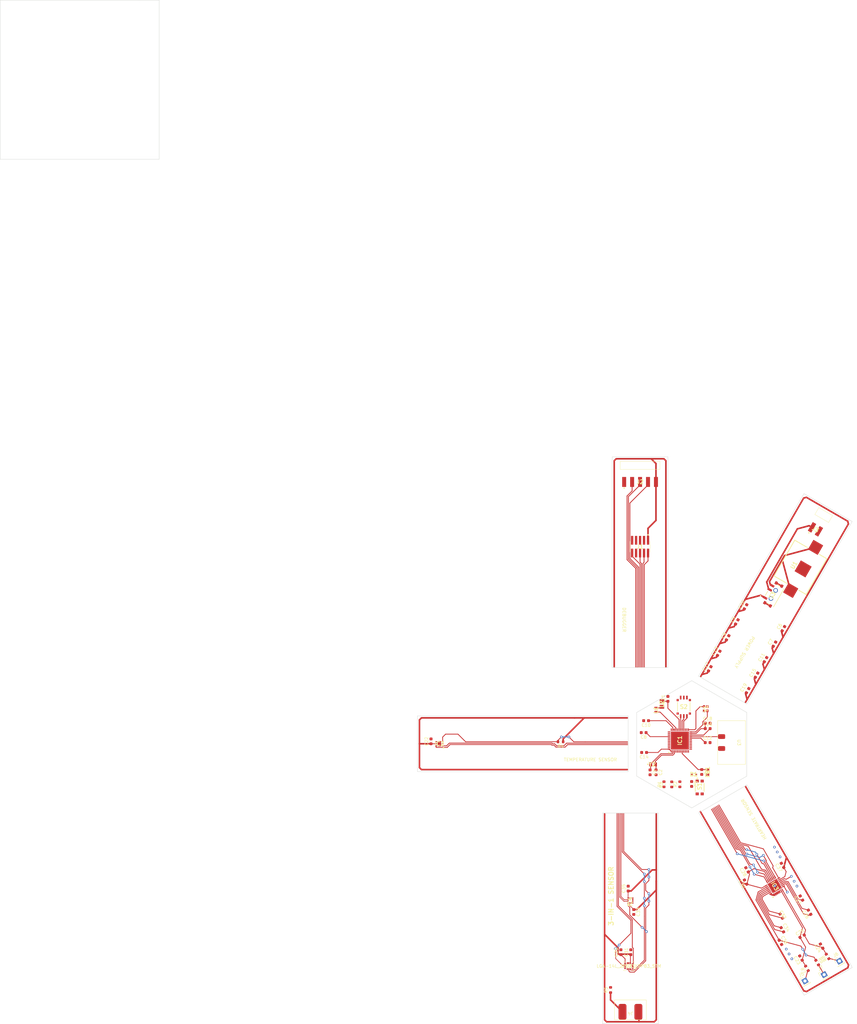
<source format=kicad_pcb>
(kicad_pcb (version 20211014) (generator pcbnew)
  (title_block (title "GDP 13 FPC") (date "2022-11-03") (rev "1.0") (company "University of Southampton"))
  (layers (0 "F.Cu" signal) (31 "B.Cu" signal) (34 "B.Paste" user) (35 "F.Paste" user) (36 "B.SilkS" user "B.Silkscreen") (37 "F.SilkS" user "F.Silkscreen") (38 "B.Mask" user) (39 "F.Mask" user) (44 "Edge.Cuts" user))
  (net 0 "")
  (net 1 "/PC14-OSC32_IN")
  (net 2 "GND")
  (net 3 "/PC15-OSC32_OUT")
  (net 4 "/PB11-NRST")
  (net 5 "VDD")
  (net 6 "/PH3-BOOT0")
  (net 7 "/I2C1_SCL")
  (net 8 "/I2C1_SDA")
  (net 10 "/SPI1_SCK")
  (net 11 "/SPI1_NSS")
  (net 12 "/SPI1_MOSI")
  (net 13 "/SPI1_MISO")
  (net 15 "/RCC_MCO")
  (net 16 "/USART1_TX")
  (net 17 "/COMP1_INP")
  (net 18 "/OSC_OUT")
  (net 19 "/OSC_IN")
  (net 22 "/MODE_B3")
  (net 23 "/MODE_B2")
  (net 24 "/MODE_B1")
  (net 25 "/USART1_RX")
  (net 26 "/HR_INT2")
  (net 27 "/HR_INT1")
  (net 28 "/SYS_JTMS-SWDIO")
  (net 29 "/SYS_JTCK-SWCLK")
  (net 30 "/TEMP_INT")
  (net 31 "/SYS_JTDO-SWO")
  (net 32 "/HANDPOS_INT2")
  (net 33 "/HANDPOS_INT1")
  (net 34 "/CADENCE_INT2")
  (net 35 "/CADENCE_INT1")
  (net 42 "/VDD_PS")
  (net 43 "Net-(J7-Pad1)")
  (net 44 "Net-(L1-Pad2)")
  (net 45 "/VDD_BAT")
  (net 46 "Net-(J5-Pad1)")
  (net 50 "/RF1")
  (net 51 "/ECG_P")
  (net 52 "/ECGN")
  (net 53 "/NRST")
  (net 54 "/CAPP")
  (net 55 "/CAPN")
  (net 56 "/CPPL")
  (net 57 "/VBG")
  (net 58 "/VCM")
  (net 59 "/VREF")
  (net 62 "Net-(J6-Pad1)")
  (net 63 "/VDAA")
  (net 64 "/VLXSMPS")
  (net 65 "/VFBSMPS")
  (footprint "Resistor_SMD:R_0603_1608Metric" (layer "F.Cu") (at 245.078866 280.955807 90)
    (fp_text reference "R3")
    (fp_text value "R")
  )
  (footprint "Gdp_Flexible:FTS-105-YY-XX-DV-TR" (layer "F.Cu") (at 234.95 205.025 180)
    (fp_text reference "J1")
    (fp_text value "FTS-105-01-F-DV-TR" hide)
  )
  (footprint "Capacitor_SMD:C_0603_1608Metric" (layer "F.Cu") (at 228.822567 334.552837 90)
    (fp_text reference "C29")
    (fp_text value "C")
  )
  (footprint "Capacitor_SMD:C_0603_1608Metric" (layer "F.Cu") (at 268.686847 312.164398 120)
    (fp_text reference "C30")
    (fp_text value "C")
  )
  (footprint "Gdp_Flexible:CVS03TB" (layer "F.Cu") (at 248.92 256.177235)
    (fp_text reference "S2")
    (fp_text value "CVS-03TB" hide)
  )
  (footprint "Resistor_SMD:R_0603_1608Metric" (layer "F.Cu") (at 209.55 267.335 180)
    (fp_text reference "R4")
    (fp_text value "R")
  )
  (footprint "Capacitor_SMD:C_0603_1608Metric" (layer "F.Cu") (at 236.875 260.605461 180)
    (fp_text reference "C10")
    (fp_text value "C")
  )
  (footprint "Capacitor_SMD:C_0603_1608Metric" (layer "F.Cu") (at 231.153802 314.232837 90)
    (fp_text reference "C35")
    (fp_text value "C")
  )
  (footprint "Connector_PinHeader_2.54mm:PinHeader_1x01_P2.54mm_Vertical" (layer "F.Cu") (at 293.771014 341.719222 30)
    (fp_text reference "J7")
    (fp_text value "Conn_01x01")
  )
  (footprint "Capacitor_SMD:C_0603_1608Metric" (layer "F.Cu") (at 236.24 270.762235 180)
    (fp_text reference "C14")
    (fp_text value "C")
  )
  (footprint "Gdp_Flexible:LSM6DSMTR" (layer "F.Cu") (at 231.372838 338.997837 180)
    (fp_text reference "U2")
    (fp_text value "LGA-14L_2P5X3X0P83_STM")
  )
  (footprint "Gdp_Flexible:NX2012SA32768KHZEXS00AMU00530" (layer "F.Cu") (at 239.092942 274.572235)
    (fp_text reference "Y2")
    (fp_text value "NX2012SA-32.768KHZ-EXS00A-MU00389" hide)
  )
  (footprint "Gdp_Flexible:CUS-12B" (layer "F.Cu") (at 277.518818 220.294803 60)
    (fp_text reference "S3")
    (fp_text value "CUS-12TB" hide)
  )
  (footprint "Gdp_Flexible:LGA-12" (layer "F.Cu") (at 231.872837 318.042837 90)
    (fp_text reference "IC4")
    (fp_text value "LIS2DW12TR" hide)
  )
  (footprint "Capacitor_SMD:C_0603_1608Metric" (layer "F.Cu") (at 289.110347 321.78334 120)
    (fp_text reference "C26")
    (fp_text value "C")
  )
  (footprint "Capacitor_SMD:C_0603_1608Metric" (layer "F.Cu") (at 280.742858 231.220603 60)
    (fp_text reference "C6")
    (fp_text value "C")
  )
  (footprint "Capacitor_SMD:C_0603_1608Metric" (layer "F.Cu") (at 286.727134 329.441091 30)
    (fp_text reference "C25")
    (fp_text value "C")
  )
  (footprint "Capacitor_SMD:C_0603_1608Metric" (layer "F.Cu") (at 168.148 267.208 90)
    (fp_text reference "C22")
    (fp_text value "C")
  )
  (footprint "Capacitor_SMD:C_0603_1608Metric" (layer "F.Cu") (at 256.56 263.142235)
    (fp_text reference "C16")
    (fp_text value "C")
  )
  (footprint "Capacitor_SMD:C_0603_1608Metric" (layer "F.Cu") (at 236.1 264.412235 180)
    (fp_text reference "C8")
    (fp_text value "C")
  )
  (footprint "Gdp_Flexible:FSR07CE" (layer "F.Cu") (at 231.872837 353.602837 180)
    (fp_text reference "J4")
    (fp_text value "FSR07CE")
  )
  (footprint "Capacitor_SMD:C_0603_1608Metric" (layer "F.Cu") (at 268.644483 224.235603 60)
    (fp_text reference "C20")
    (fp_text value "C")
  )
  (footprint "Capacitor_SMD:C_0603_1608Metric" (layer "F.Cu") (at 275.027858 241.119273 60)
    (fp_text reference "C11")
    (fp_text value "C")
  )
  (footprint "Capacitor_SMD:C_0603_1608Metric" (layer "F.Cu") (at 269.312858 251.017944 60)
    (fp_text reference "C19")
    (fp_text value "C")
  )
  (footprint "Capacitor_SMD:C_0603_1608Metric" (layer "F.Cu") (at 256.56 261.409235)
    (fp_text reference "C18")
    (fp_text value "C")
  )
  (footprint "Capacitor_SMD:C_0603_1608Metric" (layer "F.Cu") (at 260.071983 239.083608 60)
    (fp_text reference "C13")
    (fp_text value "C")
  )
  (footprint "Capacitor_SMD:C_0603_1608Metric" (layer "F.Cu") (at 232.947854 321.712837 -90)
    (fp_text reference "C33")
    (fp_text value "C")
  )
  (footprint "Resistor_SMD:R_0603_1608Metric" (layer "F.Cu") (at 294.863091 335.912982 120)
    (fp_text reference "R8")
    (fp_text value "R")
  )
  (footprint "Gdp_Flexible:SON65P200X200X80-7N" (layer "F.Cu") (at 170.815 267.97 180)
    (fp_text reference "IC2")
    (fp_text value "TMP117MAIDRVR" hide)
  )
  (footprint "Gdp_Flexible:QFN50P500X500X80-29N" (layer "F.Cu") (at 277.978915 313.398732 120)
    (fp_text reference "IC3")
    (fp_text value "MAX30003CTI+" hide)
  )
  (footprint "Gdp_Flexible:BEADC1608X95N" (layer "F.Cu") (at 256.56 276.997235 90)
    (fp_text reference "FB1")
    (fp_text value "HZ0603C601R-10" hide)
  )
  (footprint "Capacitor_SMD:C_0603_1608Metric" (layer "F.Cu") (at 238.145 277.112235 -90)
    (fp_text reference "C1")
    (fp_text value "C")
  )
  (footprint "Resistor_SMD:R_0603_1608Metric" (layer "F.Cu") (at 225.522837 346.617837 90)
    (fp_text reference "R5")
    (fp_text value "R")
  )
  (footprint "Gdp_Flexible:TSM-102-YY-ZZZ-SH" (layer "F.Cu") (at 290.99367 199.495675 -30)
    (fp_text reference "J3")
    (fp_text value "TSM-102-01-L-SH" hide)
  )
  (footprint "Connector_PinHeader_2.54mm:PinHeader_1x01_P2.54mm_Vertical" (layer "F.Cu") (at 287.651772 343.742612 30)
    (fp_text reference "J5")
    (fp_text value "Conn_01x01")
  )
  (footprint "Gdp_Flexible:KMR2_1" (layer "F.Cu") (at 254 281.94 -90)
    (fp_text reference "S1")
    (fp_text value "KMR231GLFS" hide)
  )
  (footprint "Capacitor_SMD:C_0603_1608Metric" (layer "F.Cu") (at 286.500349 317.262687 120)
    (fp_text reference "C27")
    (fp_text value "C")
  )
  (footprint "Capacitor_SMD:C_0603_1608Metric" (layer "F.Cu") (at 280.474349 306.82535 120)
    (fp_text reference "C37")
    (fp_text value "C")
  )
  (footprint "Resistor_SMD:R_0603_1608Metric" (layer "F.Cu") (at 288.263977 339.722984 120)
    (fp_text reference "R7")
    (fp_text value "R")
  )
  (footprint "Resistor_SMD:R_0603_1608Metric" (layer "F.Cu") (at 247.67 280.922235 90)
    (fp_text reference "R2")
    (fp_text value "R")
  )
  (footprint "Capacitor_SMD:C_0603_1608Metric" (layer "F.Cu") (at 243.84 253.637235 90)
    (fp_text reference "C21")
    (fp_text value "C")
  )
  (footprint "Gdp_Flexible:SODFL1608X70N" (layer "F.Cu") (at 252.095 277.767235 180)
    (fp_text reference "D1")
    (fp_text value "BAT54KFILM" hide)
  )
  (footprint "Capacitor_SMD:C_0603_1608Metric" (layer "F.Cu") (at 257.214483 244.032944 60)
    (fp_text reference "C17")
    (fp_text value "C")
  )
  (footprint "Gdp_Flexible:INDC2112X140N" (layer "F.Cu") (at 241.935 255.277235 90)
    (fp_text reference "L2")
    (fp_text value "74479777310A" hide)
  )
  (footprint "Gdp_Flexible:TSM-105-YY-ZZZ-SH" (layer "F.Cu") (at 234.95 184.36)
    (fp_text reference "J2")
    (fp_text value "TSM-105-01-T-SH" hide)
  )
  (footprint "Gdp_Flexible:S8201-46R" (layer "F.Cu") (at 287.051974 212.132893 60)
    (fp_text reference "U1")
    (fp_text value "S8201-46R" hide)
  )
  (footprint "Resistor_SMD:R_0603_1608Metric" (layer "F.Cu") (at 242.59 280.922235 90)
    (fp_text reference "R1")
    (fp_text value "R")
  )
  (footprint "Gdp_Flexible:Antenna_Flexible_BLE" (layer "F.Cu") (at 266.085 267.587235 -90)
    (fp_text reference "U3")
    (fp_text value "Antenna_Flexible_BLE")
  )
  (footprint "Capacitor_SMD:C_0603_1608Metric" (layer "F.Cu") (at 286.358976 336.423426 120)
    (fp_text reference "C23")
    (fp_text value "C")
  )
  (footprint "Capacitor_SMD:C_0603_1608Metric" (layer "F.Cu") (at 277.885358 236.169938 60)
    (fp_text reference "C7")
    (fp_text value "C")
  )
  (footprint "Capacitor_SMD:C_0603_1608Metric" (layer "F.Cu") (at 251.434609 280.821911 -90)
    (fp_text reference "C3")
    (fp_text value "C")
  )
  (footprint "Capacitor_SMD:C_0603_1608Metric" (layer "F.Cu") (at 240.05 277.112235 -90)
    (fp_text reference "C2")
    (fp_text value "C")
  )
  (footprint "Capacitor_SMD:C_0603_1608Metric" (layer "F.Cu") (at 254.660002 276.997238 -90)
    (fp_text reference "C4")
    (fp_text value "C")
  )
  (footprint "Capacitor_SMD:C_0603_1608Metric" (layer "F.Cu") (at 292.958089 332.613425 120)
    (fp_text reference "C24")
    (fp_text value "C")
  )
  (footprint "Gdp_Flexible:QFN50P700X700X60-49N-D" (layer "F.Cu") (at 247.67 266.952235 90)
    (fp_text reference "IC1")
    (fp_text value "STM32WB15CCU6" hide)
  )
  (footprint "Capacitor_SMD:C_0603_1608Metric" (layer "F.Cu") (at 265.856983 229.063695 60)
    (fp_text reference "C5")
    (fp_text value "C")
  )
  (footprint "Gdp_Flexible:LQW18AS10NG0CD" (layer "F.Cu") (at 240.03 257.182235 90)
    (fp_text reference "L1")
    (fp_text value "LQW18AN10NG00D" hide)
  )
  (footprint "Capacitor_SMD:C_0603_1608Metric" (layer "F.Cu") (at 231.997567 334.552837 90)
    (fp_text reference "C31")
    (fp_text value "C")
  )
  (footprint "Capacitor_SMD:C_0603_1608Metric" (layer "F.Cu") (at 256.54 267.607235)
    (fp_text reference "C12")
    (fp_text value "C")
  )
  (footprint "Capacitor_SMD:C_0603_1608Metric" (layer "F.Cu") (at 280.086329 323.018882 -60)
    (fp_text reference "C32")
    (fp_text value "C")
  )
  (footprint "Gdp_Flexible:NX2016SA32MHZEXS00ACS06654" (layer "F.Cu") (at 255.925 256.792235 -90)
    (fp_text reference "Y1")
    (fp_text value "NX2016SA-32MHZ-EXS00A-CS06654" hide)
  )
  (footprint "Capacitor_SMD:C_0603_1608Metric" (layer "F.Cu") (at 279.799346 331.411813 -60)
    (fp_text reference "C36")
    (fp_text value "C")
  )
  (footprint "Capacitor_SMD:C_0603_1608Metric" (layer "F.Cu") (at 269.143531 308.249798 120)
    (fp_text reference "C28")
    (fp_text value "C")
  )
  (footprint "Connector_PinHeader_2.54mm:PinHeader_1x01_P2.54mm_Vertical" (layer "F.Cu") (at 298.650294 337.392613 30)
    (fp_text reference "J6")
    (fp_text value "Conn_01x01")
  )
  (footprint "Capacitor_SMD:C_0603_1608Metric" (layer "F.Cu") (at 262.929483 234.134273 60)
    (fp_text reference "C9")
    (fp_text value "C")
  )
  (footprint "Capacitor_SMD:C_0603_1608Metric" (layer "F.Cu") (at 272.170358 246.068608 60)
    (fp_text reference "C15")
    (fp_text value "C")
  )
  (footprint "Resistor_SMD:R_0603_1608Metric" (layer "F.Cu") (at 291.548516 337.869741 -60)
    (fp_text reference "R6")
    (fp_text value "R")
  )
  (footprint "Capacitor_SMD:C_0603_1608Metric" (layer "F.Cu") (at 280.411551 327.392183 -60)
    (fp_text reference "C34")
    (fp_text value "C")
  )
  (gr_line (start 81.28 81.28) (end 30.48 81.28) (layer "Edge.Cuts") (width 0.1))
  (gr_line (start 253.702067 290.020001) (end 269.1 281.13) (layer "Edge.Cuts") (width 0.1))
  (gr_line (start 222.982837 357.412837) (end 240.762837 357.412837) (layer "Edge.Cuts") (width 0.1))
  (gr_line (start 30.48 81.28) (end 30.48 30.48) (layer "Edge.Cuts") (width 0.1))
  (gr_line (start 30.48 30.48) (end 74.93 30.48) (layer "Edge.Cuts") (width 0.1))
  (gr_line (start 253.702067 290.020001) (end 287.357067 348.31217) (layer "Edge.Cuts") (width 0.1))
  (gr_line (start 163.83 259.08) (end 163.83 276.86) (layer "Edge.Cuts") (width 0.1))
  (gr_line (start 301.640129 340.108927) (end 301.640129 340.108927) (layer "Edge.Cuts") (width 0.1))
  (gr_line (start 226.06 176.32) (end 226.06 243.63) (layer "Edge.Cuts") (width 0.1))
  (gr_line (start 251.46 247.832364) (end 269.057636 257.992364) (layer "Edge.Cuts") (width 0.1))
  (gr_line (start 251.46 247.832364) (end 233.862364 257.992364) (layer "Edge.Cuts") (width 0.1))
  (gr_line (start 243.84 176.32) (end 226.06 176.32) (layer "Edge.Cuts") (width 0.1))
  (gr_line (start 233.862364 278.312364) (end 251.46 288.472364) (layer "Edge.Cuts") (width 0.1))
  (gr_line (start 226.06 243.63) (end 226.06 243.63) (layer "Edge.Cuts") (width 0.1))
  (gr_line (start 240.762837 290.102837) (end 222.982837 290.102837) (layer "Edge.Cuts") (width 0.1))
  (gr_line (start 240.762837 357.412837) (end 240.762837 357.412837) (layer "Edge.Cuts") (width 0.1))
  (gr_line (start 231.14 276.86) (end 231.14 276.86) (layer "Edge.Cuts") (width 0.1))
  (gr_line (start 253.659705 246.38) (end 253.659705 246.38) (layer "Edge.Cuts") (width 0.1))
  (gr_line (start 269.057636 278.312364) (end 269.057636 257.992364) (layer "Edge.Cuts") (width 0.1))
  (gr_line (start 243.84 243.63) (end 243.84 176.32) (layer "Edge.Cuts") (width 0.1))
  (gr_line (start 288.46689 188.709959) (end 288.46689 188.709959) (layer "Edge.Cuts") (width 0.1))
  (gr_line (start 253.659705 246.38) (end 269.057636 255.27) (layer "Edge.Cuts") (width 0.1))
  (gr_line (start 231.14 259.08) (end 163.83 259.08) (layer "Edge.Cuts") (width 0.1))
  (gr_line (start 233.862364 257.992364) (end 233.862364 278.312364) (layer "Edge.Cuts") (width 0.1))
  (gr_line (start 74.93 30.48) (end 81.28 30.48) (layer "Edge.Cuts") (width 0.1))
  (gr_line (start 302.754999 339.422168) (end 269.1 281.13) (layer "Edge.Cuts") (width 0.1))
  (gr_line (start 240.762837 357.412837) (end 240.762837 290.102837) (layer "Edge.Cuts") (width 0.1))
  (gr_line (start 163.83 276.86) (end 231.14 276.86) (layer "Edge.Cuts") (width 0.1))
  (gr_line (start 240.762837 290.102837) (end 240.762837 290.102837) (layer "Edge.Cuts") (width 0.1))
  (gr_line (start 222.982837 290.102837) (end 222.982837 357.412837) (layer "Edge.Cuts") (width 0.1))
  (gr_line (start 227.368886 176.282686) (end 227.368886 176.282686) (layer "Edge.Cuts") (width 0.1))
  (gr_line (start 287.314705 188.08783) (end 253.659705 246.38) (layer "Edge.Cuts") (width 0.1))
  (gr_line (start 302.712636 196.97783) (end 287.314705 188.08783) (layer "Edge.Cuts") (width 0.1))
  (gr_line (start 231.14 276.86) (end 231.14 259.08) (layer "Edge.Cuts") (width 0.1))
  (gr_line (start 226.06 243.63) (end 243.84 243.63) (layer "Edge.Cuts") (width 0.1))
  (gr_line (start 269.057636 255.27) (end 302.712636 196.97783) (layer "Edge.Cuts") (width 0.1))
  (gr_line (start 287.357067 348.31217) (end 302.754999 339.422168) (layer "Edge.Cuts") (width 0.1))
  (gr_line (start 163.792686 275.551114) (end 163.792686 275.551114) (layer "Edge.Cuts") (width 0.1))
  (gr_line (start 81.28 30.48) (end 81.28 81.28) (layer "Edge.Cuts") (width 0.1))
  (gr_line (start 251.46 288.472364) (end 269.057636 278.312364) (layer "Edge.Cuts") (width 0.1))
  (gr_text "TEMPERATURE SENSOR\n" (at 219.075 273.05) (layer "F.SilkS") (effects (font (size 1 1))))
  (gr_text "3-IN-1 SENSOR\n" (at 225.692837 316.642837 90) (layer "F.SilkS") (effects (font (size 1.5 1.5) (thickness 0.3))))
  (gr_text "POWER SUPPLY\n" (at 268.343671 238.726626 240) (layer "F.SilkS") (effects (font (size 1 1))))
  (gr_text "HEARTRATE SENSOR\n" (at 271.335195 292.075871 120) (layer "F.SilkS") (effects (font (size 1 1))))
  (gr_text "DEBUGGER\n" (at 229.87 228.39 270) (layer "F.SilkS") (effects (font (size 1 1))))
  (segment (start 238.342942 276.139293) (end 238.145 276.337235) (width 0.254) (layer "F.Cu") (net 1))
  (segment (start 245.42 270.954835) (end 245.42 270.402235) (width 0.254) (layer "F.Cu") (net 1))
  (segment (start 238.342942 274.447235) (end 241.635942 271.154235) (width 0.254) (layer "F.Cu") (net 1))
  (segment (start 238.342942 274.572235) (end 238.342942 274.447235) (width 0.254) (layer "F.Cu") (net 1))
  (segment (start 241.635942 271.154235) (end 245.2206 271.154235) (width 0.254) (layer "F.Cu") (net 1))
  (segment (start 238.342942 274.572235) (end 238.342942 276.139293) (width 0.254) (layer "F.Cu") (net 1))
  (segment (start 238.526 274.755293) (end 238.342942 274.572235) (width 0.254) (layer "F.Cu") (net 1))
  (segment (start 245.2206 271.154235) (end 245.42 270.954835) (width 0.254) (layer "F.Cu") (net 1))
  (segment (start 231.372838 338.041537) (end 230.872839 338.041537) (width 0.245) (layer "F.Cu") (net 2))
  (segment (start 275.693755 314.140719) (end 273.053289 315.665193) (width 0.245) (layer "F.Cu") (net 2))
  (segment (start 279.773459 311.793235) (end 281.002613 311.083583) (width 0.254) (layer "F.Cu") (net 2))
  (segment (start 273.79933 316.389168) (end 273.452913 317.682015) (width 0.254) (layer "F.Cu") (net 2))
  (segment (start 232.122837 317.242837) (end 232.622837 317.242837) (width 0.2) (layer "F.Cu") (net 2))
  (segment (start 277.95871 327.302284) (end 280.799051 328.063351) (width 0.254) (layer "F.Cu") (net 2))
  (segment (start 281.002613 311.083583) (end 281.665045 311.261081) (width 0.254) (layer "F.Cu") (net 2))
  (segment (start 280.764075 313.522769) (end 280.970313 313.578032) (width 0.254) (layer "F.Cu") (net 2))
  (segment (start 276.869586 316.15092) (end 276.757187 315.956237) (width 0.508) (layer "F.Cu") (net 2))
  (segment (start 279.764075 311.79072) (end 279.773459 311.793235) (width 0.254) (layer "F.Cu") (net 2))
  (segment (start 276.271561 322.564056) (end 280.473829 323.69005) (width 0.254) (layer "F.Cu") (net 2))
  (segment (start 232.622837 317.242837) (end 232.622837 317.792837) (width 0.2) (layer "F.Cu") (net 2))
  (segment (start 277.854877 316.183892) (end 277.581559 316.341693) (width 0.508) (layer "F.Cu") (net 2))
  (segment (start 272.478509 317.810299) (end 277.95871 327.302284) (width 0.254) (layer "F.Cu") (net 2))
  (segment (start 280.970313 313.578032) (end 281.990659 315.345323) (width 0.254) (layer "F.Cu") (net 2))
  (segment (start 276.757187 315.956237) (end 276.745755 315.962838) (width 0.508) (layer "F.Cu") (net 2))
  (segment (start 276.603145 223.980796) (end 274.784492 222.930796) (width 0.508) (layer "F.Cu") (net 2))
  (segment (start 232.583138 338.747837) (end 232.583138 339.247837) (width 0.245) (layer "F.Cu") (net 2))
  (segment (start 279.153915 315.433892) (end 279.424669 315.277573) (width 0.508) (layer "F.Cu") (net 2))
  (segment (start 255.275 265.202235) (end 257.335 263.142235) (width 0.254) (layer "F.Cu") (net 2))
  (segment (start 277.854877 316.183892) (end 279.153915 315.433892) (width 0.508) (layer "F.Cu") (net 2))
  (segment (start 281.665045 311.261081) (end 283.282687 310.327133) (width 0.254) (layer "F.Cu") (net 2))
  (segment (start 280.253145 217.658811) (end 278.434492 216.608811) (width 0.508) (layer "F.Cu") (net 2))
  (segment (start 277.581559 316.341693) (end 276.869586 316.15092) (width 0.508) (layer "F.Cu") (net 2))
  (segment (start 251.12 265.202235) (end 255.275 265.202235) (width 0.254) (layer "F.Cu") (net 2))
  (segment (start 273.053289 315.665193) (end 272.478509 317.810299) (width 0.254) (layer "F.Cu") (net 2))
  (segment (start 273.452913 317.682015) (end 276.271561 322.564056) (width 0.254) (layer "F.Cu") (net 2))
  (segment (start 276.193755 315.006746) (end 273.79933 316.389168) (width 0.245) (layer "F.Cu") (net 2))
  (via (at 281.659625 333.558649) (size 0.8) (drill 0.4) (layers "F.Cu" "B.Cu") (net 2))
  (via (at 278.792559 302.550004) (size 0.8) (drill 0.4) (layers "F.Cu" "B.Cu") (net 2))
  (via (at 282.55765 335.114074) (size 0.8) (drill 0.4) (layers "F.Cu" "B.Cu") (net 2))
  (via (at 285.078739 313.437986) (size 0.8) (drill 0.4) (layers "F.Cu" "B.Cu") (net 2))
  (via (at 279.690584 304.105429) (size 0.8) (drill 0.4) (layers "F.Cu" "B.Cu") (net 2))
  (via (at 283.455676 336.6695) (size 0.8) (drill 0.4) (layers "F.Cu" "B.Cu") (net 2))
  (via (at 281.990659 315.345323) (size 0.8) (drill 0.4) (layers "F.Cu" "B.Cu") (net 2))
  (via (at 277.894534 300.994578) (size 0.8) (drill 0.4) (layers "F.Cu" "B.Cu") (net 2))
  (via (at 284.180713 311.882559) (size 0.8) (drill 0.4) (layers "F.Cu" "B.Cu") (net 2))
  (via (at 283.282687 310.327133) (size 0.8) (drill 0.4) (layers "F.Cu" "B.Cu") (net 2))
  (via (at 278.018774 313.386995) (size 0.8) (drill 0.4) (layers "F.Cu" "B.Cu") (net 2))
  (segment (start 240.05 274.779293) (end 239.842942 274.572235) (width 0.254) (layer "F.Cu") (net 3))
  (segment (start 239.842942 273.589287) (end 241.817197 271.615032) (width 0.254) (layer "F.Cu") (net 3))
  (segment (start 241.817197 271.615032) (end 245.420203 271.615032) (width 0.254) (layer "F.Cu") (net 3))
  (segment (start 245.92 271.115235) (end 245.92 270.402235) (width 0.254) (layer "F.Cu") (net 3))
  (segment (start 240.05 276.337235) (end 240.05 274.779293) (width 0.254) (layer "F.Cu") (net 3))
  (segment (start 245.420203 271.615032) (end 245.92 271.115235) (width 0.254) (layer "F.Cu") (net 3))
  (segment (start 239.842942 274.572235) (end 239.842942 273.589287) (width 0.254) (layer "F.Cu") (net 3))
  (segment (start 240.127837 290.356837) (end 240.127837 308.263837) (width 0.508) (layer "F.Cu") (net 5))
  (segment (start 238.832437 308.263837) (end 232.101437 314.994837) (width 0.508) (layer "F.Cu") (net 5))
  (segment (start 223.617837 290.737837) (end 223.617837 290.356837) (width 0.508) (layer "F.Cu") (net 5))
  (segment (start 277.497858 236.841108) (end 277.161458 237.42377) (width 0.508) (layer "F.Cu") (net 5))
  (segment (start 274.215058 242.527084) (end 274.67991 244.261936) (width 0.508) (layer "F.Cu") (net 5))
  (segment (start 241.745 269.702235) (end 244.22 269.702235) (width 0.245) (layer "F.Cu") (net 5))
  (segment (start 245.92 263.502235) (end 245.42 263.502235) (width 0.254) (layer "F.Cu") (net 5))
  (segment (start 230.162538 338.247836) (end 230.162538 336.667808) (width 0.245) (layer "F.Cu") (net 5))
  (segment (start 234.587837 353.777837) (end 234.412837 353.602837) (width 0.508) (layer "F.Cu") (net 5))
  (segment (start 281.834273 304.45641) (end 301.570074 338.639819) (width 0.508) (layer "F.Cu") (net 5))
  (segment (start 254.401 263.142235) (end 255.785 263.142235) (width 0.254) (layer "F.Cu") (net 5))
  (segment (start 227.893567 333.113567) (end 227.893567 335.187837) (width 0.508) (layer "F.Cu") (net 5))
  (segment (start 226.695 243.376) (end 226.695 177.59) (width 0.508) (layer "F.Cu") (net 5))
  (segment (start 245.42 263.502235) (end 245.42 262.773235) (width 0.254) (layer "F.Cu") (net 5))
  (segment (start 238.506 176.955) (end 242.57 176.955) (width 0.508) (layer "F.Cu") (net 5))
  (segment (start 276.039627 311.034187) (end 276.037527 311.033625) (width 0.254) (layer "F.Cu") (net 5))
  (segment (start 254.36 266.202235) (end 255.765 267.607235) (width 0.254) (layer "F.Cu") (net 5))
  (segment (start 259.335383 240.359437) (end 257.600531 240.824289) (width 0.508) (layer "F.Cu") (net 5))
  (segment (start 271.782858 246.739778) (end 271.471858 247.278446) (width 0.508) (layer "F.Cu") (net 5))
  (segment (start 240.685 270.762235) (end 241.745 269.702235) (width 0.245) (layer "F.Cu") (net 5))
  (segment (start 164.465 260.35) (end 165.1 259.715) (width 0.508) (layer "F.Cu") (net 5))
  (segment (start 231.622837 319.61282) (end 232.947854 320.937837) (width 0.2) (layer "F.Cu") (net 5))
  (segment (start 232.101437 314.994837) (end 231.166802 314.994837) (width 0.508) (layer "F.Cu") (net 5))
  (segment (start 277.161458 237.42377) (end 277.62631 239.158622) (width 0.508) (layer "F.Cu") (net 5))
  (segment (start 271.93671 249.013298) (end 269.15541 253.830651) (width 0.508) (layer "F.Cu") (net 5))
  (segment (start 265.469483 229.734864) (end 264.986883 230.570752) (width 0.508) (layer "F.Cu") (net 5))
  (segment (start 276.379928 311.623603) (end 276.039627 311.034187) (width 0.254) (layer "F.Cu") (net 5))
  (segment (start 231.872837 338.041537) (end 231.872837 335.452567) (width 0.245) (layer "F.Cu") (net 5))
  (segment (start 169.765 267.97) (end 168.161 267.97) (width 0.254) (layer "F.Cu") (net 5))
  (segment (start 269.935531 309.621582) (end 269.531031 308.920968) (width 0.254) (layer "F.Cu") (net 5))
  (segment (start 301.570074 338.639819) (end 301.337647 339.507243) (width 0.508) (layer "F.Cu") (net 5))
  (segment (start 273.478604 220.560261) (end 268.535231 221.884833) (width 0.508) (layer "F.Cu") (net 5))
  (segment (start 268.256983 224.906773) (end 268.034883 225.291461) (width 0.508) (layer "F.Cu") (net 5))
  (segment (start 217.095 259.715) (end 210.375 266.435) (width 0.508) (layer "F.Cu") (net 5))
  (segment (start 280.171358 232.21047) (end 280.63621 233.945322) (width 0.508) (layer "F.Cu") (net 5))
  (segment (start 268.034883 225.291461) (end 266.300031 225.756313) (width 0.508) (layer "F.Cu") (net 5))
  (segment (start 252.841 264.702235) (end 254.401 263.142235) (width 0.254) (layer "F.Cu") (net 5))
  (segment (start 231.122837 317.242837) (end 231.122837 315.038802) (width 0.2) (layer "F.Cu") (net 5))
  (segment (start 240.127837 308.263837) (end 240.127837 311.794437) (width 0.508) (layer "F.Cu") (net 5))
  (segment (start 269.074346 312.835566) (end 269.935531 309.621582) (width 0.254) (layer "F.Cu") (net 5))
  (segment (start 280.63621 233.945322) (end 277.62631 239.158622) (width 0.508) (layer "F.Cu") (net 5))
  (segment (start 242.57 176.955) (end 243.205 177.59) (width 0.508) (layer "F.Cu") (net 5))
  (segment (start 257.600531 240.824289) (end 260.394531 235.984939) (width 0.508) (layer "F.Cu") (net 5))
  (segment (start 280.355358 231.891773) (end 280.171358 232.21047) (width 0.508) (layer "F.Cu") (net 5))
  (segment (start 231.872837 335.452567) (end 231.997567 335.327837) (width 0.245) (layer "F.Cu") (net 5))
  (segment (start 264.986883 230.570752) (end 263.252031 231.035604) (width 0.508) (layer "F.Cu") (net 5))
  (segment (start 262.129383 235.520087) (end 260.394531 235.984939) (width 0.508) (layer "F.Cu") (net 5))
  (segment (start 239.492837 356.777837) (end 234.587837 356.777837) (width 0.508) (layer "F.Cu") (net 5))
  (segment (start 164.465 275.59) (end 164.465 267.97) (width 0.508) (layer "F.Cu") (net 5))
  (segment (start 281.630049 308.82708) (end 280.861849 307.496519) (width 0.245) (layer "F.Cu") (net 5))
  (segment (start 240.127837 308.263837) (end 238.832437 308.263837) (width 0.508) (layer "F.Cu") (net 5))
  (segment (start 244.22 269.702235) (end 244.92 270.402235) (width 0.245) (layer "F.Cu") (net 5))
  (segment (start 268.925358 251.689113) (end 268.690558 252.095799) (width 0.508) (layer "F.Cu") (net 5))
  (segment (start 275.193756 313.274695) (end 273.773474 314.094696) (width 0.245) (layer "F.Cu") (net 5))
  (segment (start 276.037527 311.033625) (end 274.725784 308.76162) (width 0.254) (layer "F.Cu") (net 5))
  (segment (start 238.165 265.702235) (end 236.875 264.412235) (width 0.245) (layer "F.Cu") (net 5))
  (segment (start 269.15541 253.830651) (end 268.63471 254.73253) (width 0.508) (layer "F.Cu") (net 5))
  (segment (start 254.224395 289.654694) (end 267.307595 312.315461) (width 0.508) (layer "F.Cu") (net 5))
  (segment (start 281.834273 304.45641) (end 281.647558 304.56421) (width 0.508) (layer "F.Cu") (net 5))
  (segment (start 227.33 176.955) (end 238.506 176.955) (width 0.508) (layer "F.Cu") (net 5))
  (segment (start 254.336631 246.47753) (end 254.692231 245.861613) (width 0.508) (layer "F.Cu") (net 5))
  (segment (start 223.617837 328.837837) (end 223.617837 290.737837) (width 0.508) (layer "F.Cu") (net 5))
  (segment (start 263.252031 231.035604) (end 266.300031 225.756313) (width 0.508) (layer "F.Cu") (net 5))
  (segment (start 232.972654 320.913037) (end 232.947854 320.937837) (width 0.508) (layer "F.Cu") (net 5))
  (segment (start 256.826983 244.704113) (end 256.427083 245.39676) (width 0.508) (layer "F.Cu") (net 5))
  (segment (start 240.03 184.36) (end 240.03 196.64) (width 0.508) (layer "F.Cu") (net 5))
  (segment (start 240.127837 356.142837) (end 239.492837 356.777837) (width 0.508) (layer "F.Cu") (net 5))
  (segment (start 240.03 178.479) (end 238.506 176.955) (width 0.508) (layer "F.Cu") (net 5))
  (segment (start 260.394531 235.984939) (end 263.252031 231.035604) (width 0.508) (layer "F.Cu") (net 5))
  (segment (start 259.684483 239.754778) (end 259.335383 240.359437) (width 0.508) (layer "F.Cu") (net 5))
  (segment (start 274.725784 308.76162) (end 271.366212 307.861426) (width 0.254) (layer "F.Cu") (net 5))
  (segment (start 231.857567 335.187837) (end 231.997567 335.327837) (width 0.508) (layer "F.Cu") (net 5))
  (segment (start 240.03 196.64) (end 237.49 199.18) (width 0.508) (layer "F.Cu") (net 5))
  (segment (start 164.465 267.97) (end 168.135 267.97) (width 0.508) (layer "F.Cu") (net 5))
  (segment (start 274.67991 244.261936) (end 271.93671 249.013298) (width 0.508) (layer "F.Cu") (net 5))
  (segment (start 240.127837 311.794437) (end 240.127837 356.142837) (width 0.508) (layer "F.Cu") (net 5))
  (segment (start 210.375 266.435) (end 210.375 267.335) (width 0.508) (layer "F.Cu") (net 5))
  (segment (start 301.337647 339.507243) (end 288.139421 347.127243) (width 0.508) (layer "F.Cu") (net 5))
  (segment (start 230.162538 336.667808) (end 228.822567 335.327837) (width 0.245) (layer "F.Cu") (net 5))
  (segment (start 243.252226 260.605461) (end 237.65 260.605461) (width 0.254) (layer "F.Cu") (net 5))
  (segment (start 287.271993 346.894818) (end 267.307595 312.315461) (width 0.508) (layer "F.Cu") (net 5))
  (segment (start 245.42 262.773235) (end 243.252226 260.605461) (width 0.254) (layer "F.Cu") (net 5))
  (segment (start 288.139421 347.127243) (end 287.271993 346.894818) (width 0.508) (layer "F.Cu") (net 5))
  (segment (start 240.127837 314.690037) (end 233.904837 320.913037) (width 0.508) (layer "F.Cu") (net 5))
  (segment (start 274.640358 241.790443) (end 274.215058 242.527084) (width 0.508) (layer "F.Cu") (net 5))
  (segment (start 287.229631 189.505183) (end 288.097057 189.272757) (width 0.508) (layer "F.Cu") (net 5))
  (segment (start 254.692231 245.861613) (end 257.600531 240.824289) (width 0.508) (layer "F.Cu") (net 5))
  (segment (start 240.127837 311.794437) (end 240.127837 314.690037) (width 0.508) (layer "F.Cu") (net 5))
  (segment (start 251.12 266.202235) (end 254.36 266.202235) (width 0.254) (layer "F.Cu") (net 5))
  (segment (start 231.166802 314.994837) (end 231.153802 315.007837) (width 0.508) (layer "F.Cu") (net 5))
  (segment (start 271.366212 307.861426) (end 269.531031 308.920968) (width 0.254) (layer "F.Cu") (net 5))
  (segment (start 277.62631 239.158622) (end 274.67991 244.261936) (width 0.508) (layer "F.Cu") (net 5))
  (segment (start 165.1 259.715) (end 213.995 259.715) (width 0.508) (layer "F.Cu") (net 5))
  (segment (start 243.205 177.59) (end 243.205 243.376) (width 0.508) (layer "F.Cu") (net 5))
  (segment (start 281.205057 310.413173) (end 281.630049 308.82708) (width 0.245) (layer "F.Cu") (net 5))
  (segment (start 255.785 263.142235) (end 255.785 261.409235) (width 0.254) (layer "F.Cu") (net 5))
  (segment (start 224.252837 356.777837) (end 223.617837 356.142837) (width 0.508) (layer "F.Cu") (net 5))
  (segment (start 227.893567 335.187837) (end 228.682567 335.187837) (width 0.508) (layer "F.Cu") (net 5))
  (segment (start 301.52771 197.760183) (end 280.63621 233.945322) (width 0.508) (layer "F.Cu") (net 5))
  (segment (start 231.622837 317.242837) (end 231.122837 317.242837) (width 0.2) (layer "F.Cu") (net 5))
  (segment (start 256.427083 245.39676) (end 254.692231 245.861613) (width 0.508) (layer "F.Cu") (net 5))
  (segment (start 301.295284 196.892757) (end 301.52771 197.760183) (width 0.508) (layer "F.Cu") (net 5))
  (segment (start 268.690558 252.095799) (end 269.15541 253.830651) (width 0.508) (layer "F.Cu") (net 5))
  (segment (start 288.097057 189.272757) (end 301.295284 196.892757) (width 0.508) (layer "F.Cu") (net 5))
  (segment (start 271.471858 247.278446) (end 271.93671 249.013298) (width 0.508) (layer "F.Cu") (net 5))
  (segment (start 168.161 267.97) (end 168.148 267.983) (width 0.254) (layer "F.Cu") (net 5))
  (segment (start 231.122837 315.038802) (end 231.153802 315.007837) (width 0.2) (layer "F.Cu") (net 5))
  (segment (start 268.535231 221.884833) (end 287.229631 189.505183) (width 0.508) (layer "F.Cu") (net 5))
  (segment (start 227.893567 335.187837) (end 231.857567 335.187837) (width 0.508) (layer "F.Cu") (net 5))
  (segment (start 267.339493 312.370715) (end 269.074346 312.835566) (width 0.508) (layer "F.Cu") (net 5))
  (segment (start 234.587837 356.777837) (end 224.252837 356.777837) (width 0.508) (layer "F.Cu") (net 5))
  (segment (start 168.135 267.97) (end 168.148 267.983) (width 0.508) (layer "F.Cu") (net 5))
  (segment (start 267.307595 312.315461) (end 267.339493 312.370715) (width 0.508) (layer "F.Cu") (net 5))
  (segment (start 164.465 267.97) (end 164.465 260.35) (width 0.508) (layer "F.Cu") (net 5))
  (segment (start 237.015 270.762235) (end 240.685 270.762235) (width 0.245) (layer "F.Cu") (net 5))
  (segment (start 213.995 259.715) (end 217.095 259.715) (width 0.508) (layer "F.Cu") (net 5))
  (segment (start 268.663172 281.643392) (end 281.834273 304.45641) (width 0.508) (layer "F.Cu") (net 5))
  (segment (start 279.514074 311.357707) (end 279.55164 311.367772) (width 0.245) (layer "F.Cu") (net 5))
  (segment (start 274.878274 221.368361) (end 273.478604 220.560261) (width 0.508) (layer "F.Cu") (net 5))
  (segment (start 273.773474 314.094696) (end 269.074346 312.835566) (width 0.254) (layer "F.Cu") (net 5))
  (segment (start 279.55164 311.367772) (end 281.205057 310.413173) (width 0.245) (layer "F.Cu") (net 5))
  (segment (start 266.300031 225.756313) (end 268.535231 221.884833) (width 0.508) (layer "F.Cu") (net 5))
  (segment (start 233.904837 320.913037) (end 232.972654 320.913037) (width 0.508) (layer "F.Cu") (net 5))
  (segment (start 281.647558 304.56421) (end 280.861849 307.496519) (width 0.508) (layer "F.Cu") (net 5))
  (segment (start 244.22 265.702235) (end 238.165 265.702235) (width 0.245) (layer "F.Cu") (net 5))
  (segment (start 240.03 184.36) (end 240.03 178.479) (width 0.508) (layer "F.Cu") (net 5))
  (segment (start 262.541983 234.805443) (end 262.129383 235.520087) (width 0.508) (layer "F.Cu") (net 5))
  (segment (start 230.886 276.225) (end 165.1 276.225) (width 0.508) (layer "F.Cu") (net 5))
  (segment (start 228.682567 335.187837) (end 228.822567 335.327837) (width 0.508) (layer "F.Cu") (net 5))
  (segment (start 237.49 199.18) (end 237.49 202.99) (width 0.508) (layer "F.Cu") (net 5))
  (segment (start 231.622837 318.842837) (end 231.622837 319.61282) (width 0.2) (layer "F.Cu") (net 5))
  (segment (start 217.095 259.715) (end 230.886 259.715) (width 0.508) (layer "F.Cu") (net 5))
  (segment (start 165.1 276.225) (end 164.465 275.59) (width 0.508) (layer "F.Cu") (net 5))
  (segment (start 251.12 264.702235) (end 252.841 264.702235) (width 0.254) (layer "F.Cu") (net 5))
  (segment (start 223.617837 356.142837) (end 223.617837 328.837837) (width 0.508) (layer "F.Cu") (net 5))
  (segment (start 223.617837 328.837837) (end 227.893567 333.113567) (width 0.508) (layer "F.Cu") (net 5))
  (segment (start 226.695 177.59) (end 227.33 176.955) (width 0.508) (layer "F.Cu") (net 5))
  (segment (start 234.587837 356.777837) (end 234.587837 353.777837) (width 0.508) (layer "F.Cu") (net 5))
  (segment (start 234.496 211.6038) (end 234.496 243.503) (width 0.254) (layer "F.Cu") (net 6))
  (segment (start 231.6988 191.1062) (end 231.6988 208.8066) (width 0.254) (layer "F.Cu") (net 6))
  (segment (start 237.49 185.315) (end 231.6988 191.1062) (width 0.254) (layer "F.Cu") (net 6))
  (segment (start 231.6988 208.8066) (end 234.496 211.6038) (width 0.254) (layer "F.Cu") (net 6))
  (segment (start 237.49 184.36) (end 237.49 185.315) (width 0.254) (layer "F.Cu") (net 6))
  (segment (start 171.865 268.62) (end 173.144 268.62) (width 0.254) (layer "F.Cu") (net 7))
  (segment (start 237.772253 319.471821) (end 237.772253 318.252653) (width 0.245) (layer "F.Cu") (net 7))
  (segment (start 231.669637 320.257126) (end 231.100337 319.687826) (width 0.245) (layer "F.Cu") (net 7))
  (segment (start 237.759021 308.130221) (end 235.492747 308.130221) (width 0.245) (layer "F.Cu") (net 7))
  (segment (start 207.01 267.97) (end 207.645 267.97) (width 0.254) (layer "F.Cu") (net 7))
  (segment (start 231.372838 340.563196) (end 231.712479 340.902837) (width 0.245) (layer "F.Cu") (net 7))
  (segment (start 237.003637 327.974237) (end 237.016837 327.987437) (width 0.245) (layer "F.Cu") (net 7))
  (segment (start 236.762837 328.228237) (end 237.003637 327.987437) (width 0.245) (layer "F.Cu") (net 7))
  (segment (start 237.771721 315.839121) (end 236.756753 314.824153) (width 0.245) (layer "F.Cu") (net 7))
  (segment (start 235.492747 308.130221) (end 229.72923 302.366704) (width 0.245) (layer "F.Cu") (net 7))
  (segment (start 236.756753 312.683437) (end 237.765637 311.674553) (width 0.245) (layer "F.Cu") (net 7))
  (segment (start 236.762837 320.481237) (end 237.772253 319.471821) (width 0.245) (layer "F.Cu") (net 7))
  (segment (start 237.003637 327.987437) (end 237.003637 327.974237) (width 0.245) (layer "F.Cu") (net 7))
  (segment (start 231.100337 319.687826) (end 231.100337 318.842837) (width 0.245) (layer "F.Cu") (net 7))
  (segment (start 236.762837 327.769637) (end 236.762837 326.374037) (width 0.245) (layer "F.Cu") (net 7))
  (segment (start 231.712479 340.902837) (end 233.137162 340.902837) (width 0.245) (layer "F.Cu") (net 7))
  (segment (start 233.137162 340.902837) (end 236.762837 337.277162) (width 0.245) (layer "F.Cu") (net 7))
  (segment (start 173.99 267.774) (end 206.814 267.774) (width 0.254) (layer "F.Cu") (net 7))
  (segment (start 208.28 268.605) (end 210.639 268.605) (width 0.254) (layer "F.Cu") (net 7))
  (segment (start 236.980637 327.987437) (end 236.762837 327.769637) (width 0.245) (layer "F.Cu") (net 7))
  (segment (start 231.669637 322.676437) (end 231.669637 320.257126) (width 0.245) (layer "F.Cu") (net 7))
  (segment (start 231.372838 339.954137) (end 231.372838 340.563196) (width 0.245) (layer "F.Cu") (net 7))
  (segment (start 236.762837 326.374037) (end 236.762837 320.481237) (width 0.245) (layer "F.Cu") (net 7))
  (segment (start 173.144 268.62) (end 173.99 267.774) (width 0.254) (layer "F.Cu") (net 7))
  (segment (start 211.455 267.789) (end 231.013 267.789) (width 0.254) (layer "F.Cu") (net 7))
  (segment (start 236.762837 337.277162) (end 236.762837 328.228237) (width 0.245) (layer "F.Cu") (net 7))
  (segment (start 237.016837 327.987437) (end 237.039837 327.987437) (width 0.245) (layer "F.Cu") (net 7))
  (segment (start 235.595837 326.602637) (end 231.669637 322.676437) (width 0.245) (layer "F.Cu") (net 7))
  (segment (start 237.765637 311.674553) (end 237.765637 310.549837) (width 0.245) (layer "F.Cu") (net 7))
  (segment (start 237.039837 327.987437) (end 236.980637 327.987437) (width 0.245) (layer "F.Cu") (net 7))
  (segment (start 229.72923 302.366704) (end 229.72923 290.229837) (width 0.245) (layer "F.Cu") (net 7))
  (segment (start 236.756753 314.824153) (end 236.756753 312.683437) (width 0.245) (layer "F.Cu") (net 7))
  (segment (start 206.814 267.774) (end 207.01 267.97) (width 0.254) (layer "F.Cu") (net 7))
  (segment (start 207.645 267.97) (end 208.28 268.605) (width 0.254) (layer "F.Cu") (net 7))
  (segment (start 210.639 268.605) (end 211.455 267.789) (width 0.254) (layer "F.Cu") (net 7))
  (via (at 237.772253 318.252653) (size 0.8) (drill 0.4) (layers "F.Cu" "B.Cu") (net 7))
  (via (at 235.595837 326.602637) (size 0.8) (drill 0.4) (layers "F.Cu" "B.Cu") (net 7))
  (via (at 237.765637 310.549837) (size 0.8) (drill 0.4) (layers "F.Cu" "B.Cu") (net 7))
  (via (at 237.771721 315.839121) (size 0.8) (drill 0.4) (layers "F.Cu" "B.Cu") (net 7))
  (via (at 237.759021 308.130221) (size 0.8) (drill 0.4) (layers "F.Cu" "B.Cu") (net 7))
  (via (at 237.039837 327.987437) (size 0.8) (drill 0.4) (layers "F.Cu" "B.Cu") (net 7))
  (segment (start 235.682837 326.602637) (end 235.595837 326.602637) (width 0.245) (layer "B.Cu") (net 7))
  (segment (start 237.765637 310.549837) (end 237.765637 308.136837) (width 0.245) (layer "B.Cu") (net 7))
  (segment (start 237.765637 308.136837) (end 237.759021 308.130221) (width 0.245) (layer "B.Cu") (net 7))
  (segment (start 237.772253 315.839653) (end 237.771721 315.839121) (width 0.245) (layer "B.Cu") (net 7))
  (segment (start 237.039837 327.987437) (end 237.039837 327.959637) (width 0.245) (layer "B.Cu") (net 7))
  (segment (start 237.039837 327.959637) (end 235.682837 326.602637) (width 0.245) (layer "B.Cu") (net 7))
  (segment (start 237.772253 318.252653) (end 237.772253 315.839653) (width 0.245) (layer "B.Cu") (net 7))
  (segment (start 174.244 268.228) (end 206.5782 268.228) (width 0.254) (layer "F.Cu") (net 8))
  (segment (start 233.164568 340.246106) (end 236.317837 337.092837) (width 0.245) (layer "F.Cu") (net 8))
  (segment (start 169.765 268.62) (end 169.765 269.049) (width 0.254) (layer "F.Cu") (net 8))
  (segment (start 231.972348 340.246106) (end 233.164568 340.246106) (width 0.245) (layer "F.Cu") (net 8))
  (segment (start 236.311753 317.299089) (end 236.311753 311.991553) (width 0.245) (layer "F.Cu") (net 8))
  (segment (start 231.872837 339.954137) (end 231.872837 340.146595) (width 0.245) (layer "F.Cu") (net 8))
  (segment (start 173.325 269.147) (end 174.244 268.228) (width 0.254) (layer "F.Cu") (net 8))
  (segment (start 211.8106 268.243) (end 231.013 268.243) (width 0.254) (layer "F.Cu") (net 8))
  (segment (start 236.317837 323.046637) (end 236.317837 319.719237) (width 0.245) (layer "F.Cu") (net 8))
  (segment (start 169.863 269.147) (end 173.325 269.147) (width 0.254) (layer "F.Cu") (net 8))
  (segment (start 206.7742 268.424) (end 207.4418 268.424) (width 0.254) (layer "F.Cu") (net 8))
  (segment (start 236.311221 309.578021) (end 229.28423 302.55103) (width 0.245) (layer "F.Cu") (net 8))
  (segment (start 236.317837 337.092837) (end 236.317837 323.046637) (width 0.245) (layer "F.Cu") (net 8))
  (segment (start 207.4418 268.424) (end 208.0768 269.059) (width 0.254) (layer "F.Cu") (net 8))
  (segment (start 236.317837 319.719237) (end 236.311753 319.713153) (width 0.245) (layer "F.Cu") (net 8))
  (segment (start 229.28423 302.55103) (end 229.28423 290.225337) (width 0.245) (layer "F.Cu") (net 8))
  (segment (start 169.765 269.049) (end 169.863 269.147) (width 0.254) (layer "F.Cu") (net 8))
  (segment (start 208.0768 269.059) (end 210.9946 269.059) (width 0.254) (layer "F.Cu") (net 8))
  (segment (start 231.872837 340.146595) (end 231.972348 340.246106) (width 0.245) (layer "F.Cu") (net 8))
  (segment (start 206.5782 268.228) (end 206.7742 268.424) (width 0.254) (layer "F.Cu") (net 8))
  (segment (start 210.9946 269.059) (end 211.8106 268.243) (width 0.254) (layer "F.Cu") (net 8))
  (segment (start 236.311221 317.299621) (end 236.311753 317.299089) (width 0.245) (layer "F.Cu") (net 8))
  (via (at 236.311753 319.713153) (size 0.8) (drill 0.4) (layers "F.Cu" "B.Cu") (net 8))
  (via (at 236.311221 309.578021) (size 0.8) (drill 0.4) (layers "F.Cu" "B.Cu") (net 8))
  (via (at 236.311753 311.991553) (size 0.8) (drill 0.4) (layers "F.Cu" "B.Cu") (net 8))
  (via (at 236.311221 317.299621) (size 0.8) (drill 0.4) (layers "F.Cu" "B.Cu") (net 8))
  (segment (start 236.311753 311.991553) (end 236.311753 309.578553) (width 0.245) (layer "B.Cu") (net 8))
  (segment (start 236.311753 317.300153) (end 236.311221 317.299621) (width 0.245) (layer "B.Cu") (net 8))
  (segment (start 236.311753 309.578553) (end 236.311221 309.578021) (width 0.245) (layer "B.Cu") (net 8))
  (segment (start 236.311753 319.713153) (end 236.311753 317.300153) (width 0.245) (layer "B.Cu") (net 8))
  (segment (start 265.987605 303.11286) (end 266.001427 303.06128) (width 0.254) (layer "F.Cu") (net 10))
  (segment (start 274.533219 305.410104) (end 274.505649 305.402716) (width 0.254) (layer "F.Cu") (net 10))
  (segment (start 274.845046 305.965112) (end 274.847774 305.95493) (width 0.254) (layer "F.Cu") (net 10))
  (segment (start 265.987605 303.11286) (end 257.769009 288.877833) (width 0.254) (layer "F.Cu") (net 10))
  (segment (start 277.678966 310.873605) (end 274.845046 305.965112) (width 0.254) (layer "F.Cu") (net 10))
  (segment (start 274.847774 305.95493) (end 274.533219 305.410104) (width 0.254) (layer "F.Cu") (net 10))
  (via (at 265.987605 303.11286) (size 0.8) (drill 0.4) (layers "F.Cu" "B.Cu") (net 10))
  (via (at 274.505649 305.402716) (size 0.8) (drill 0.4) (layers "F.Cu" "B.Cu") (net 10))
  (segment (start 274.505649 305.402716) (end 265.992695 303.121678) (width 0.254) (layer "B.Cu") (net 10))
  (segment (start 265.992695 303.121678) (end 265.987605 303.11286) (width 0.254) (layer "B.Cu") (net 10))
  (segment (start 275.289709 305.283541) (end 274.329207 303.619902) (width 0.254) (layer "F.Cu") (net 11))
  (segment (start 268.720052 303.100341) (end 267.59241 301.14721) (width 0.254) (layer "F.Cu") (net 11))
  (segment (start 266.211868 300.777295) (end 258.943534 288.188174) (width 0.254) (layer "F.Cu") (net 11))
  (segment (start 278.111977 310.623605) (end 275.207032 305.592093) (width 0.254) (layer "F.Cu") (net 11))
  (segment (start 275.207032 305.592093) (end 275.289709 305.283541) (width 0.254) (layer "F.Cu") (net 11))
  (segment (start 269.073761 303.195117) (end 268.720052 303.100341) (width 0.254) (layer "F.Cu") (net 11))
  (segment (start 267.59241 301.14721) (end 266.211868 300.777295) (width 0.254) (layer "F.Cu") (net 11))
  (via (at 274.329207 303.619902) (size 0.8) (drill 0.4) (layers "F.Cu" "B.Cu") (net 11))
  (via (at 269.073761 303.195117) (size 0.8) (drill 0.4) (layers "F.Cu" "B.Cu") (net 11))
  (segment (start 273.165822 304.291584) (end 269.073761 303.195117) (width 0.254) (layer "B.Cu") (net 11))
  (segment (start 274.329207 303.619902) (end 273.165822 304.291584) (width 0.254) (layer "B.Cu") (net 11))
  (segment (start 268.434821 301.672362) (end 267.896312 300.739637) (width 0.254) (layer "F.Cu") (net 12))
  (segment (start 267.896312 300.739637) (end 266.498047 300.364974) (width 0.254) (layer "F.Cu") (net 12))
  (segment (start 273.930017 306.189947) (end 272.259555 303.296622) (width 0.254) (layer "F.Cu") (net 12))
  (segment (start 274.48306 306.338135) (end 273.930017 306.189947) (width 0.254) (layer "F.Cu") (net 12))
  (segment (start 277.245953 311.123603) (end 274.48306 306.338135) (width 0.254) (layer "F.Cu") (net 12))
  (segment (start 266.498047 300.364974) (end 259.33671 287.961174) (width 0.254) (layer "F.Cu") (net 12))
  (segment (start 268.999115 301.823563) (end 268.434821 301.672362) (width 0.254) (layer "F.Cu") (net 12))
  (via (at 268.999115 301.823563) (size 0.8) (drill 0.4) (layers "F.Cu" "B.Cu") (net 12))
  (via (at 272.259555 303.296622) (size 0.8) (drill 0.4) (layers "F.Cu" "B.Cu") (net 12))
  (segment (start 271.850141 302.587496) (end 268.999115 301.823563) (width 0.254) (layer "B.Cu") (net 12))
  (segment (start 272.259555 303.296622) (end 271.850141 302.587496) (width 0.254) (layer "B.Cu") (net 12))
  (segment (start 266.797198 299.975116) (end 259.734886 287.742833) (width 0.254) (layer "F.Cu") (net 13))
  (segment (start 276.803915 311.363572) (end 275.086047 308.388136) (width 0.254) (layer "F.Cu") (net 13))
  (segment (start 269.513513 300.70295) (end 266.797198 299.975116) (width 0.254) (layer "F.Cu") (net 13))
  (segment (start 273.742749 308.028201) (end 269.513513 300.70295) (width 0.254) (layer "F.Cu") (net 13))
  (segment (start 275.086047 308.388136) (end 273.742749 308.028201) (width 0.254) (layer "F.Cu") (net 13))
  (segment (start 277.4719 306.984958) (end 274.318084 301.522387) (width 0.25) (layer "F.Cu") (net 15))
  (segment (start 274.318084 301.522387) (end 267.095028 299.586976) (width 0.25) (layer "F.Cu") (net 15))
  (segment (start 279.264075 310.924694) (end 277.318975 307.555684) (width 0.25) (layer "F.Cu") (net 15))
  (segment (start 277.318975 307.555684) (end 277.4719 306.984958) (width 0.25) (layer "F.Cu") (net 15))
  (segment (start 267.095028 299.586976) (end 260.121329 287.508174) (width 0.25) (layer "F.Cu") (net 15))
  (segment (start 233.5562 211.966453) (end 233.5562 243.503) (width 0.254) (layer "F.Cu") (net 16))
  (segment (start 230.7908 188.832147) (end 230.7908 209.182706) (width 0.254) (layer "F.Cu") (net 16))
  (segment (start 233.565374 211.957279) (end 233.5562 211.966453) (width 0.254) (layer "F.Cu") (net 16))
  (segment (start 230.7908 209.182706) (end 233.565374 211.957279) (width 0.254) (layer "F.Cu") (net 16))
  (segment (start 232.41 184.36) (end 232.41 187.212948) (width 0.254) (layer "F.Cu") (net 16))
  (segment (start 232.41 187.212948) (end 230.7908 188.832147) (width 0.254) (layer "F.Cu") (net 16))
  (segment (start 225.522837 349.792837) (end 229.332837 353.602837) (width 0.508) (layer "F.Cu") (net 17))
  (segment (start 225.522837 349.792837) (end 225.522837 347.442837) (width 0.508) (layer "F.Cu") (net 17))
  (segment (start 256.45 259.488589) (end 256.45 257.467235) (width 0.254) (layer "F.Cu") (net 18))
  (segment (start 255.008 261.893183) (end 255.008 260.930589) (width 0.254) (layer "F.Cu") (net 18))
  (segment (start 255.008 260.930589) (end 256.45 259.488589) (width 0.254) (layer "F.Cu") (net 18))
  (segment (start 252.698948 264.202235) (end 255.008 261.893183) (width 0.254) (layer "F.Cu") (net 18))
  (segment (start 251.12 264.202235) (end 252.698948 264.202235) (width 0.254) (layer "F.Cu") (net 18))
  (segment (start 255.4 256.117235) (end 254.1616 256.117235) (width 0.254) (layer "F.Cu") (net 19))
  (segment (start 252.8008 263.116835) (end 252.4154 263.502235) (width 0.254) (layer "F.Cu") (net 19))
  (segment (start 252.8008 257.478035) (end 252.8008 263.116835) (width 0.254) (layer "F.Cu") (net 19))
  (segment (start 254.1616 256.117235) (end 252.8008 257.478035) (width 0.254) (layer "F.Cu") (net 19))
  (segment (start 252.4154 263.502235) (end 250.42 263.502235) (width 0.254) (layer "F.Cu") (net 19))
  (segment (start 249.92 259.781687) (end 249.92 259.127235) (width 0.254) (layer "F.Cu") (net 22))
  (segment (start 248.92 260.781687) (end 249.92 259.781687) (width 0.254) (layer "F.Cu") (net 22))
  (segment (start 248.92 263.502235) (end 248.92 260.781687) (width 0.254) (layer "F.Cu") (net 22))
  (segment (start 248.42 260.639635) (end 248.92 260.139635) (width 0.254) (layer "F.Cu") (net 23))
  (segment (start 248.92 260.139635) (end 248.92 259.127235) (width 0.254) (layer "F.Cu") (net 23))
  (segment (start 248.42 263.502235) (end 248.42 260.639635) (width 0.254) (layer "F.Cu") (net 23))
  (segment (start 247.92 263.502235) (end 247.92 259.127235) (width 0.254) (layer "F.Cu") (net 24))
  (segment (start 231.2448 189.0202) (end 231.2448 208.994653) (width 0.254) (layer "F.Cu") (net 25))
  (segment (start 231.2448 208.994653) (end 234.019374 211.769226) (width 0.254) (layer "F.Cu") (net 25))
  (segment (start 234.95 185.315) (end 231.2448 189.0202) (width 0.254) (layer "F.Cu") (net 25))
  (segment (start 234.95 184.36) (end 234.95 185.315) (width 0.254) (layer "F.Cu") (net 25))
  (segment (start 234.019374 211.769226) (end 234.019374 243.503) (width 0.254) (layer "F.Cu") (net 25))
  (segment (start 234.019374 243.503) (end 234.0102 243.503) (width 0.254) (layer "F.Cu") (net 25))
  (segment (start 275.946915 311.873605) (end 274.640715 309.611201) (width 0.254) (layer "F.Cu") (net 26))
  (segment (start 265.912719 301.167153) (end 258.555359 288.423834) (width 0.254) (layer "F.Cu") (net 26))
  (segment (start 271.165434 306.671839) (end 270.050758 306.373161) (width 0.254) (layer "F.Cu") (net 26))
  (segment (start 267.252301 301.526093) (end 265.912719 301.167153) (width 0.254) (layer "F.Cu") (net 26))
  (segment (start 270.050758 306.373161) (end 267.252301 301.526093) (width 0.254) (layer "F.Cu") (net 26))
  (segment (start 274.640715 309.611201) (end 272.502339 309.038224) (width 0.254) (layer "F.Cu") (net 26))
  (via (at 271.165434 306.671839) (size 0.8) (drill 0.4) (layers "F.Cu" "B.Cu") (net 26))
  (via (at 272.502339 309.038224) (size 0.8) (drill 0.4) (layers "F.Cu" "B.Cu") (net 26))
  (segment (start 272.502339 309.038224) (end 272.511636 309.003527) (width 0.254) (layer "B.Cu") (net 26))
  (segment (start 272.511636 309.003527) (end 271.165434 306.671839) (width 0.254) (layer "B.Cu") (net 26))
  (segment (start 274.580002 310.506042) (end 271.424483 309.660524) (width 0.254) (layer "F.Cu") (net 27))
  (segment (start 270.065584 307.306839) (end 266.953153 301.915952) (width 0.254) (layer "F.Cu") (net 27))
  (segment (start 266.953153 301.915952) (end 265.61357 301.557012) (width 0.254) (layer "F.Cu") (net 27))
  (segment (start 265.61357 301.557012) (end 258.162184 288.650833) (width 0.254) (layer "F.Cu") (net 27))
  (segment (start 275.513902 312.123606) (end 274.580002 310.506042) (width 0.254) (layer "F.Cu") (net 27))
  (via (at 270.065584 307.306839) (size 0.8) (drill 0.4) (layers "F.Cu" "B.Cu") (net 27))
  (via (at 271.424483 309.660524) (size 0.8) (drill 0.4) (layers "F.Cu" "B.Cu") (net 27))
  (segment (start 271.424483 309.660524) (end 270.065584 307.306839) (width 0.254) (layer "B.Cu") (net 27))
  (segment (start 237.49 207.06) (end 237.49 209.5844) (width 0.254) (layer "F.Cu") (net 28))
  (segment (start 237.49 209.5844) (end 236.312 210.7624) (width 0.254) (layer "F.Cu") (net 28))
  (segment (start 236.312 210.7624) (end 236.312 243.503) (width 0.254) (layer "F.Cu") (net 28))
  (segment (start 236.22 207.06) (end 236.22 210.0448) (width 0.254) (layer "F.Cu") (net 29))
  (segment (start 236.22 210.0448) (end 235.858 210.4068) (width 0.254) (layer "F.Cu") (net 29))
  (segment (start 235.858 210.4068) (end 235.858 243.503) (width 0.254) (layer "F.Cu") (net 29))
  (segment (start 171.865 267.32) (end 171.865 265.855) (width 0.25) (layer "F.Cu") (net 30))
  (segment (start 179.182 267.322) (end 208.712 267.322) (width 0.25) (layer "F.Cu") (net 30))
  (segment (start 208.725 267.335) (end 208.725 266.877968) (width 0.25) (layer "F.Cu") (net 30))
  (segment (start 208.725 266.877968) (end 209.806484 265.796484) (width 0.25) (layer "F.Cu") (net 30))
  (segment (start 176.765 264.905) (end 179.182 267.322) (width 0.25) (layer "F.Cu") (net 30))
  (segment (start 172.815 264.905) (end 176.765 264.905) (width 0.25) (layer "F.Cu") (net 30))
  (segment (start 171.865 265.855) (end 172.815 264.905) (width 0.25) (layer "F.Cu") (net 30))
  (segment (start 217.405 267.337) (end 230.965 267.337) (width 0.25) (layer "F.Cu") (net 30))
  (segment (start 212.218516 265.798516) (end 213.757 267.337) (width 0.25) (layer "F.Cu") (net 30))
  (segment (start 208.712 267.322) (end 208.725 267.335) (width 0.25) (layer "F.Cu") (net 30))
  (segment (start 208.71 267.32) (end 208.725 267.335) (width 0.254) (layer "F.Cu") (net 30))
  (segment (start 213.757 267.337) (end 217.405 267.337) (width 0.25) (layer "F.Cu") (net 30))
  (via (at 212.218516 265.798516) (size 0.8) (drill 0.4) (layers "F.Cu" "B.Cu") (net 30))
  (via (at 209.806484 265.796484) (size 0.8) (drill 0.4) (layers "F.Cu" "B.Cu") (net 30))
  (segment (start 212.216484 265.796484) (end 212.218516 265.798516) (width 0.25) (layer "B.Cu") (net 30))
  (segment (start 209.806484 265.796484) (end 212.216484 265.796484) (width 0.25) (layer "B.Cu") (net 30))
  (segment (start 234.95 209.967948) (end 235.404 210.421948) (width 0.254) (layer "F.Cu") (net 31))
  (segment (start 234.95 207.06) (end 234.95 209.967948) (width 0.254) (layer "F.Cu") (net 31))
  (segment (start 235.404 210.421948) (end 235.404 243.503) (width 0.254) (layer "F.Cu") (net 31))
  (segment (start 232.015374 328.5175) (end 228.259953 332.272921) (width 0.245) (layer "F.Cu") (net 32))
  (segment (start 229.311437 338.747837) (end 227.173837 336.610237) (width 0.2) (layer "F.Cu") (net 32))
  (segment (start 232.015374 324.3265) (end 227.592437 319.903562) (width 0.245) (layer "F.Cu") (net 32))
  (segment (start 230.162538 338.747837) (end 229.311437 338.747837) (width 0.2) (layer "F.Cu") (net 32))
  (segment (start 227.173837 336.610237) (end 227.173837 333.601023) (width 0.2) (layer "F.Cu") (net 32))
  (segment (start 232.032443 324.343569) (end 232.015374 324.3265) (width 0.245) (layer "F.Cu") (net 32))
  (segment (start 227.173837 333.601023) (end 227.040067 333.467253) (width 0.2) (layer "F.Cu") (net 32))
  (segment (start 227.592437 319.903562) (end 227.592437 290.225337) (width 0.245) (layer "F.Cu") (net 32))
  (segment (start 232.015374 324.3265) (end 232.015374 328.5175) (width 0.245) (layer "F.Cu") (net 32))
  (via (at 228.259953 332.272921) (size 0.8) (drill 0.4) (layers "F.Cu" "B.Cu") (net 32))
  (via (at 227.040067 333.467253) (size 0.8) (drill 0.4) (layers "F.Cu" "B.Cu") (net 32))
  (segment (start 227.065621 333.467253) (end 228.259953 332.272921) (width 0.2) (layer "B.Cu") (net 32))
  (segment (start 227.040067 333.467253) (end 227.065621 333.467253) (width 0.2) (layer "B.Cu") (net 32))
  (segment (start 232.795067 333.326055) (end 232.477443 333.008431) (width 0.245) (layer "F.Cu") (net 33))
  (segment (start 232.583138 338.247836) (end 232.795067 338.035907) (width 0.245) (layer "F.Cu") (net 33))
  (segment (start 228.037437 319.719237) (end 228.037437 290.225337) (width 0.245) (layer "F.Cu") (net 33))
  (segment (start 232.477443 333.008431) (end 232.477443 324.159243) (width 0.245) (layer "F.Cu") (net 33))
  (segment (start 232.477443 324.159243) (end 228.037437 319.719237) (width 0.245) (layer "F.Cu") (net 33))
  (segment (start 232.795067 338.035907) (end 232.795067 333.326055) (width 0.245) (layer "F.Cu") (net 33))
  (segment (start 231.122837 318.292837) (end 229.802137 318.292837) (width 0.2) (layer "F.Cu") (net 34))
  (segment (start 228.459937 316.950637) (end 228.459937 290.204437) (width 0.2) (layer "F.Cu") (net 34))
  (segment (start 229.802137 318.292837) (end 228.459937 316.950637) (width 0.2) (layer "F.Cu") (net 34))
  (segment (start 229.867823 317.792837) (end 228.86173 316.786744) (width 0.2) (layer "F.Cu") (net 35))
  (segment (start 228.86173 316.786744) (end 228.86173 290.370744) (width 0.2) (layer "F.Cu") (net 35))
  (segment (start 228.86173 290.370744) (end 228.859937 290.368951) (width 0.2) (layer "F.Cu") (net 35))
  (segment (start 231.122837 317.792837) (end 229.867823 317.792837) (width 0.2) (layer "F.Cu") (net 35))
  (segment (start 228.859937 290.368951) (end 228.859937 290.202837) (width 0.2) (layer "F.Cu") (net 35))
  (segment (start 285.216761 199.341575) (end 275.424261 216.302682) (width 0.508) (layer "F.Cu") (net 42))
  (segment (start 276.031864 218.570284) (end 276.378274 218.770284) (width 0.508) (layer "F.Cu") (net 42))
  (segment (start 288.980161 198.333175) (end 285.216761 199.341575) (width 0.508) (layer "F.Cu") (net 42))
  (segment (start 275.424261 216.302682) (end 276.031864 218.570284) (width 0.508) (layer "F.Cu") (net 42))
  (segment (start 289.893818 198.860675) (end 288.980161 198.333175) (width 0.508) (layer "F.Cu") (net 42))
  (segment (start 291.961015 338.58421) (end 293.771014 341.719222) (width 0.254) (layer "F.Cu") (net 43))
  (segment (start 241.592 256.520235) (end 241.935 256.177235) (width 0.254) (layer "F.Cu") (net 44))
  (segment (start 240.03 256.520235) (end 241.592 256.520235) (width 0.254) (layer "F.Cu") (net 44))
  (segment (start 283.076974 219.017795) (end 282.999032 218.972795) (width 0.508) (layer "F.Cu") (net 45))
  (segment (start 281.111407 207.868256) (end 280.368407 209.15517) (width 0.508) (layer "F.Cu") (net 45))
  (segment (start 280.368407 209.15517) (end 276.304907 216.193359) (width 0.508) (layer "F.Cu") (net 45))
  (segment (start 282.999032 218.972795) (end 280.368407 209.15517) (width 0.508) (layer "F.Cu") (net 45))
  (segment (start 276.304907 216.193359) (end 276.559295 217.142746) (width 0.508) (layer "F.Cu") (net 45))
  (segment (start 283.076974 219.017795) (end 283.774974 217.808823) (width 0.508) (layer "F.Cu") (net 45))
  (segment (start 291.026974 205.247991) (end 290.983673 205.222991) (width 0.508) (layer "F.Cu") (net 45))
  (segment (start 290.983673 205.222991) (end 281.111407 207.868256) (width 0.508) (layer "F.Cu") (net 45))
  (segment (start 276.559295 217.142746) (end 277.128274 217.471246) (width 0.508) (layer "F.Cu") (net 45))
  (segment (start 288.676477 340.437453) (end 288.511932 340.532453) (width 0.245) (layer "F.Cu") (net 46))
  (segment (start 288.511932 340.532453) (end 287.651772 343.742612) (width 0.245) (layer "F.Cu") (net 46))
  (segment (start 251.12 265.702235) (end 260.985 265.702235) (width 0.245) (layer "F.Cu") (net 50))
  (segment (start 260.985 265.702235) (end 261.005 265.682235) (width 0.245) (layer "F.Cu") (net 50))
  (segment (start 286.868541 326.796016) (end 286.055964 329.828591) (width 0.245) (layer "F.Cu") (net 51))
  (segment (start 286.746477 337.094595) (end 287.851477 339.008513) (width 0.245) (layer "F.Cu") (net 51))
  (segment (start 287.857363 332.948707) (end 286.746477 337.094595) (width 0.245) (layer "F.Cu") (net 51))
  (segment (start 280.01994 314.933893) (end 286.868541 326.796016) (width 0.245) (layer "F.Cu") (net 51))
  (segment (start 286.055964 329.828591) (end 287.857363 332.948707) (width 0.245) (layer "F.Cu") (net 51))
  (segment (start 286.746477 337.094595) (end 286.625233 337.164596) (width 0.254) (layer "F.Cu") (net 51))
  (segment (start 293.345589 333.284595) (end 294.450591 335.198512) (width 0.245) (layer "F.Cu") (net 52))
  (segment (start 289.049343 331.913278) (end 293.19523 333.024166) (width 0.245) (layer "F.Cu") (net 52))
  (segment (start 287.398304 329.053592) (end 289.049343 331.913278) (width 0.245) (layer "F.Cu") (net 52))
  (segment (start 280.452953 314.683893) (end 287.826553 327.455343) (width 0.245) (layer "F.Cu") (net 52))
  (segment (start 293.19523 333.024166) (end 293.345589 333.284595) (width 0.245) (layer "F.Cu") (net 52))
  (segment (start 287.826553 327.455343) (end 287.398304 329.053592) (width 0.245) (layer "F.Cu") (net 52))
  (segment (start 234.95 210.61) (end 234.95 243.503) (width 0.254) (layer "F.Cu") (net 53))
  (segment (start 232.41 207.06) (end 232.41 208.07) (width 0.254) (layer "F.Cu") (net 53))
  (segment (start 232.41 208.07) (end 234.95 210.61) (width 0.254) (layer "F.Cu") (net 53))
  (segment (start 280.514075 313.089758) (end 281.202565 312.692258) (width 0.245) (layer "F.Cu") (net 54))
  (segment (start 281.202565 312.692258) (end 281.711273 312.828566) (width 0.245) (layer "F.Cu") (net 54))
  (segment (start 287.171874 322.286602) (end 288.959182 322.76551) (width 0.245) (layer "F.Cu") (net 54))
  (segment (start 281.711273 312.828566) (end 287.171874 322.286602) (width 0.245) (layer "F.Cu") (net 54))
  (segment (start 288.959182 322.76551) (end 289.497848 322.454511) (width 0.245) (layer "F.Cu") (net 54))
  (segment (start 282.004492 312.446436) (end 286.693654 320.568304) (width 0.245) (layer "F.Cu") (net 55))
  (segment (start 280.264076 312.656745) (end 281.064563 312.194582) (width 0.245) (layer "F.Cu") (net 55))
  (segment (start 286.693654 320.568304) (end 288.722748 321.111997) (width 0.245) (layer "F.Cu") (net 55))
  (segment (start 288.722748 321.111997) (end 288.722849 321.112171) (width 0.245) (layer "F.Cu") (net 55))
  (segment (start 281.064563 312.194582) (end 282.004492 312.446436) (width 0.245) (layer "F.Cu") (net 55))
  (segment (start 285.516936 317.640167) (end 286.800726 317.984157) (width 0.245) (layer "F.Cu") (net 56))
  (segment (start 286.800726 317.984157) (end 286.887849 317.933858) (width 0.245) (layer "F.Cu") (net 56))
  (segment (start 280.014075 312.223732) (end 280.926562 311.696908) (width 0.245) (layer "F.Cu") (net 56))
  (segment (start 282.297711 312.064308) (end 285.516936 317.640167) (width 0.245) (layer "F.Cu") (net 56))
  (segment (start 280.926562 311.696908) (end 282.297711 312.064308) (width 0.245) (layer "F.Cu") (net 56))
  (segment (start 276.443756 315.439758) (end 274.172351 316.751154) (width 0.245) (layer "F.Cu") (net 57))
  (segment (start 273.940115 317.617873) (end 276.116735 321.387892) (width 0.254) (layer "F.Cu") (net 57))
  (segment (start 276.116735 321.387892) (end 279.698829 322.347712) (width 0.254) (layer "F.Cu") (net 57))
  (segment (start 274.172351 316.751154) (end 273.940115 317.617873) (width 0.254) (layer "F.Cu") (net 57))
  (segment (start 275.943754 314.573732) (end 273.42631 316.027179) (width 0.245) (layer "F.Cu") (net 58))
  (segment (start 273.42631 316.027179) (end 272.965711 317.746156) (width 0.254) (layer "F.Cu") (net 58))
  (segment (start 277.803885 326.126121) (end 280.024051 326.721012) (width 0.254) (layer "F.Cu") (net 58))
  (segment (start 272.965711 317.746156) (end 277.803885 326.126121) (width 0.254) (layer "F.Cu") (net 58))
  (segment (start 291.136016 337.15527) (end 290.557915 336.153971) (width 0.245) (layer "F.Cu") (net 59))
  (segment (start 290.557915 336.153971) (end 288.008754 335.470925) (width 0.245) (layer "F.Cu") (net 59))
  (segment (start 275.443755 313.707708) (end 272.680268 315.303208) (width 0.245) (layer "F.Cu") (net 59))
  (segment (start 271.988846 317.88363) (end 279.411846 330.740643) (width 0.254) (layer "F.Cu") (net 59))
  (segment (start 272.680268 315.303208) (end 271.988846 317.88363) (width 0.254) (layer "F.Cu") (net 59))
  (segment (start 286.334979 332.59569) (end 279.411846 330.740643) (width 0.254) (layer "F.Cu") (net 59))
  (segment (start 286.912979 333.596816) (end 286.334979 332.59569) (width 0.254) (layer "F.Cu") (net 59))
  (via (at 288.008754 335.470925) (size 0.8) (drill 0.4) (layers "F.Cu" "B.Cu") (net 59))
  (via (at 286.912979 333.596816) (size 0.8) (drill 0.4) (layers "F.Cu" "B.Cu") (net 59))
  (segment (start 286.912979 333.596816) (end 287.992479 335.466565) (width 0.254) (layer "B.Cu") (net 59))
  (segment (start 287.992479 335.466565) (end 288.008754 335.470925) (width 0.254) (layer "B.Cu") (net 59))
  (segment (start 295.275589 336.627453) (end 295.440135 336.532454) (width 0.245) (layer "F.Cu") (net 62))
  (segment (start 295.440135 336.532454) (end 298.650294 337.392613) (width 0.245) (layer "F.Cu") (net 62))
  (segment (start 253.511003 276.222238) (end 248.42 271.131235) (width 0.254) (layer "F.Cu") (net 63))
  (segment (start 254.660002 276.222238) (end 253.511003 276.222238) (width 0.254) (layer "F.Cu") (net 63))
  (segment (start 254.660002 276.222238) (end 256.535003 276.222238) (width 0.254) (layer "F.Cu") (net 63))
  (segment (start 256.535003 276.222238) (end 256.56 276.247235) (width 0.254) (layer "F.Cu") (net 63))
  (segment (start 248.42 271.131235) (end 248.42 270.402235) (width 0.254) (layer "F.Cu") (net 63))
  (segment (start 246.42 263.502235) (end 246.42 262.922835) (width 0.254) (layer "F.Cu") (net 64))
  (segment (start 241.3414 257.844235) (end 240.03 257.844235) (width 0.254) (layer "F.Cu") (net 64))
  (segment (start 246.42 262.922835) (end 241.3414 257.844235) (width 0.254) (layer "F.Cu") (net 64))
  (segment (start 243.8272 254.160035) (end 243.84 254.147235) (width 0.254) (layer "F.Cu") (net 65))
  (segment (start 243.84 256.634435) (end 243.84 254.412235) (width 0.254) (layer "F.Cu") (net 65))
  (segment (start 247.42 260.214435) (end 243.84 256.634435) (width 0.254) (layer "F.Cu") (net 65))
  (segment (start 247.42 263.502235) (end 247.42 260.214435) (width 0.254) (layer "F.Cu") (net 65))
  (segment (start 243.84 254.412235) (end 241.97 254.412235) (width 0.254) (layer "F.Cu") (net 65))
  (segment (start 241.97 254.412235) (end 241.935 254.377235) (width 0.254) (layer "F.Cu") (net 65))
  (segment (start 243.61 254.377235) (end 243.84 254.147235) (width 0.254) (layer "F.Cu") (net 65))
  (segment (start 243.59 254.397235) (end 243.84 254.147235) (width 0.254) (layer "F.Cu") (net 65))
)
</source>
